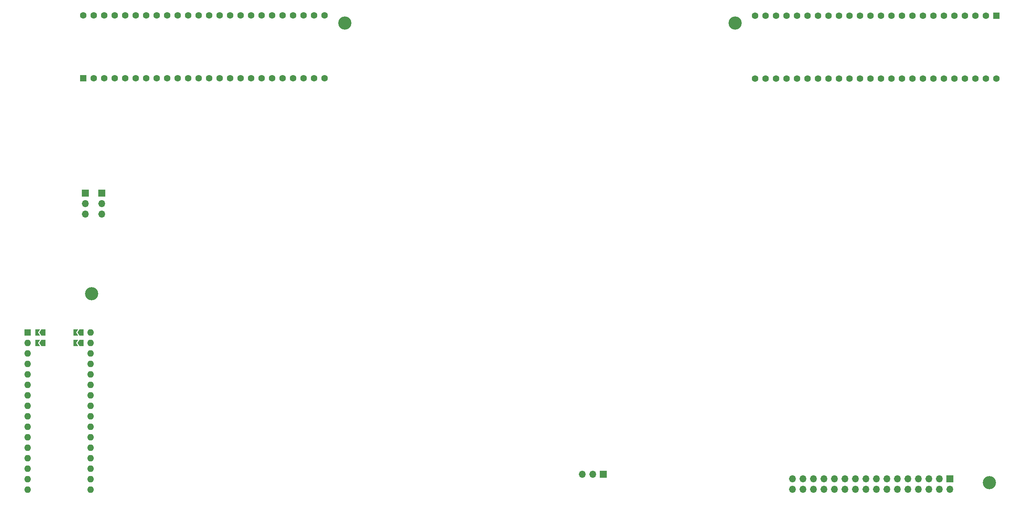
<source format=gbr>
%TF.GenerationSoftware,KiCad,Pcbnew,8.0.4*%
%TF.CreationDate,2025-02-24T13:32:17+01:00*%
%TF.ProjectId,RAMON_DEV,52414d4f-4e5f-4444-9556-2e6b69636164,rev?*%
%TF.SameCoordinates,Original*%
%TF.FileFunction,Soldermask,Bot*%
%TF.FilePolarity,Negative*%
%FSLAX46Y46*%
G04 Gerber Fmt 4.6, Leading zero omitted, Abs format (unit mm)*
G04 Created by KiCad (PCBNEW 8.0.4) date 2025-02-24 13:32:17*
%MOMM*%
%LPD*%
G01*
G04 APERTURE LIST*
G04 Aperture macros list*
%AMFreePoly0*
4,1,6,0.500000,-0.750000,-0.650000,-0.750000,-0.150000,0.000000,-0.650000,0.750000,0.500000,0.750000,0.500000,-0.750000,0.500000,-0.750000,$1*%
%AMFreePoly1*
4,1,6,1.000000,0.000000,0.500000,-0.750000,-0.500000,-0.750000,-0.500000,0.750000,0.500000,0.750000,1.000000,0.000000,1.000000,0.000000,$1*%
G04 Aperture macros list end*
%ADD10C,1.600000*%
%ADD11R,1.600000X1.600000*%
%ADD12O,1.700000X1.700000*%
%ADD13R,1.700000X1.700000*%
%ADD14C,3.200000*%
%ADD15O,1.600000X1.600000*%
%ADD16FreePoly0,180.000000*%
%ADD17FreePoly1,180.000000*%
G04 APERTURE END LIST*
D10*
%TO.C,U1*%
X260620000Y-49980000D03*
X258080000Y-49980000D03*
X255540000Y-49980000D03*
X253000000Y-49980000D03*
X250460000Y-49980000D03*
X247920000Y-49980000D03*
X245380000Y-49980000D03*
X242840000Y-49980000D03*
X240300000Y-49980000D03*
X237760000Y-49980000D03*
X235220000Y-49980000D03*
X232680000Y-49980000D03*
X230140000Y-49980000D03*
X227600000Y-49980000D03*
X225060000Y-49980000D03*
X222520000Y-49980000D03*
X219980000Y-49980000D03*
X217440000Y-49980000D03*
X214900000Y-49980000D03*
X212360000Y-49980000D03*
X209820000Y-49980000D03*
X207280000Y-49980000D03*
X204740000Y-49980000D03*
X202200000Y-49980000D03*
X202200000Y-34740000D03*
X204740000Y-34740000D03*
X207280000Y-34740000D03*
X209820000Y-34740000D03*
X212360000Y-34740000D03*
X214900000Y-34740000D03*
X217440000Y-34740000D03*
X219980000Y-34740000D03*
X222520000Y-34740000D03*
X225060000Y-34740000D03*
X227600000Y-34740000D03*
X230140000Y-34740000D03*
X232680000Y-34740000D03*
X235220000Y-34740000D03*
X237760000Y-34740000D03*
X240300000Y-34740000D03*
X242840000Y-34740000D03*
X245380000Y-34740000D03*
X247920000Y-34740000D03*
X250460000Y-34740000D03*
X253000000Y-34740000D03*
X255540000Y-34740000D03*
X258080000Y-34740000D03*
D11*
X260620000Y-34740000D03*
%TD*%
D12*
%TO.C,J2*%
X160380001Y-145890000D03*
X162920000Y-145890000D03*
D13*
X165460000Y-145890000D03*
%TD*%
D10*
%TO.C,U13*%
X39560000Y-34590000D03*
X42100000Y-34590000D03*
X44640000Y-34590000D03*
X47180000Y-34590000D03*
X49720000Y-34590000D03*
X52260000Y-34590000D03*
X54800000Y-34590000D03*
X57340000Y-34590000D03*
X59880000Y-34590000D03*
X62420000Y-34590000D03*
X64960000Y-34590000D03*
X67500000Y-34590000D03*
X70040000Y-34590000D03*
X72580000Y-34590000D03*
X75120000Y-34590000D03*
X77660000Y-34590000D03*
X80200000Y-34590000D03*
X82740000Y-34590000D03*
X85280000Y-34590000D03*
X87820000Y-34590000D03*
X90360000Y-34590000D03*
X92900000Y-34590000D03*
X95440000Y-34590000D03*
X97980000Y-34590000D03*
X97980000Y-49830000D03*
X95440000Y-49830000D03*
X92900000Y-49830000D03*
X90360000Y-49830000D03*
X87820000Y-49830000D03*
X85280000Y-49830000D03*
X82740000Y-49830000D03*
X80200000Y-49830000D03*
X77660000Y-49830000D03*
X75120000Y-49830000D03*
X72580000Y-49830000D03*
X70040000Y-49830000D03*
X67500000Y-49830000D03*
X64960000Y-49830000D03*
X62420000Y-49830000D03*
X59880000Y-49830000D03*
X57340000Y-49830000D03*
X54800000Y-49830000D03*
X52260000Y-49830000D03*
X49720000Y-49830000D03*
X47180000Y-49830000D03*
X44640000Y-49830000D03*
X42100000Y-49830000D03*
D11*
X39560000Y-49830000D03*
%TD*%
D12*
%TO.C,J6*%
X40070000Y-82840000D03*
X40070000Y-80300000D03*
D13*
X40070000Y-77760000D03*
%TD*%
D14*
%TO.C,H3*%
X197360000Y-36490000D03*
%TD*%
D12*
%TO.C,J7*%
X44070000Y-82840000D03*
X44070000Y-80300000D03*
D13*
X44070000Y-77760000D03*
%TD*%
D14*
%TO.C,H1*%
X258960000Y-147890000D03*
%TD*%
%TO.C,H2*%
X41560000Y-102090000D03*
%TD*%
%TO.C,H4*%
X102860000Y-36490000D03*
%TD*%
D12*
%TO.C,J8*%
X249360000Y-149490000D03*
X246820000Y-149490000D03*
X244280000Y-149490000D03*
X241740000Y-149490000D03*
X239200000Y-149490000D03*
X236660000Y-149490000D03*
X234120000Y-149490000D03*
X231580000Y-149490000D03*
X229040000Y-149490000D03*
X226500000Y-149490000D03*
X223960000Y-149490000D03*
X221420000Y-149490000D03*
X218880000Y-149490000D03*
X216340000Y-149490000D03*
X213800000Y-149490000D03*
X211260000Y-149490000D03*
X211260000Y-146950000D03*
X213800000Y-146950000D03*
X216340000Y-146950000D03*
X218880000Y-146950000D03*
X221420000Y-146950000D03*
X223960000Y-146950000D03*
X226500000Y-146950000D03*
X229040000Y-146950000D03*
X231580000Y-146950000D03*
X234120000Y-146950000D03*
X236660000Y-146950000D03*
X239200000Y-146950000D03*
X241740000Y-146950000D03*
X244280000Y-146950000D03*
X246820000Y-146950000D03*
D13*
X249360000Y-146950000D03*
%TD*%
D15*
%TO.C,J1*%
X41360000Y-111510000D03*
X41360000Y-114050000D03*
X41360000Y-116590000D03*
X41360000Y-119130000D03*
X41360000Y-121670000D03*
X41360000Y-124210000D03*
X41360000Y-126750000D03*
X41360000Y-129290000D03*
X41360000Y-131830000D03*
X41360000Y-134370000D03*
X41360000Y-136910000D03*
X41360000Y-139450000D03*
X41360000Y-141990000D03*
X41360000Y-144530000D03*
X41360000Y-147070000D03*
X41360000Y-149610000D03*
X26120000Y-149609999D03*
X26120000Y-147070000D03*
X26120000Y-144530000D03*
X26120000Y-141990000D03*
X26120000Y-139449999D03*
X26120000Y-136910000D03*
X26120000Y-134370000D03*
X26120000Y-131830000D03*
X26120000Y-129290001D03*
X26120000Y-126750000D03*
X26120000Y-124210000D03*
X26120000Y-121670000D03*
X26120000Y-119130000D03*
X26120000Y-116589999D03*
X26120000Y-114050000D03*
D11*
X26120000Y-111510000D03*
%TD*%
D16*
%TO.C,JP38*%
X37730000Y-114060000D03*
D17*
X39180000Y-114060000D03*
%TD*%
D16*
%TO.C,JP1*%
X28460002Y-114020000D03*
D17*
X29910000Y-114020000D03*
%TD*%
D16*
%TO.C,JP18*%
X28470000Y-111500000D03*
D17*
X29920000Y-111500000D03*
%TD*%
D16*
%TO.C,JP35*%
X37730000Y-111510000D03*
D17*
X39180000Y-111510000D03*
%TD*%
M02*

</source>
